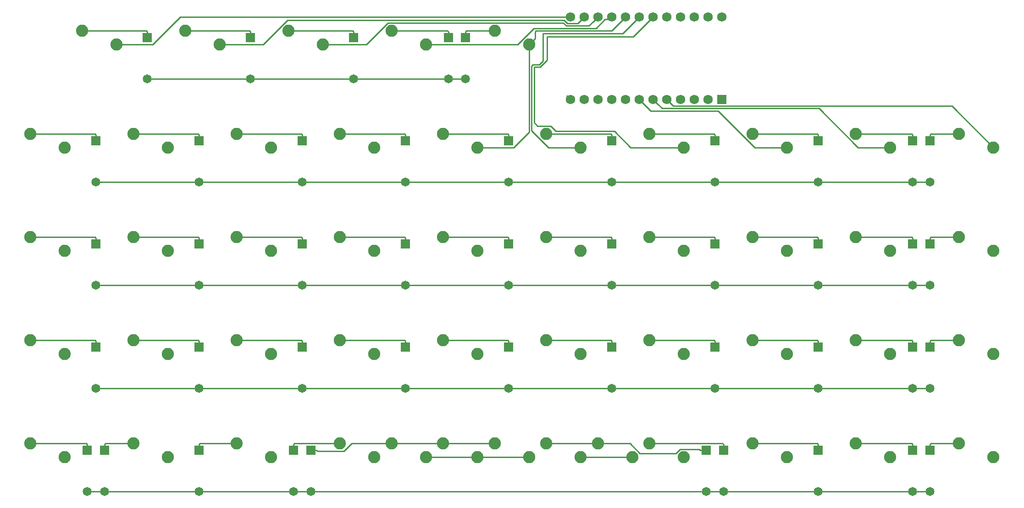
<source format=gtl>
G04 #@! TF.GenerationSoftware,KiCad,Pcbnew,(5.1.4)-1*
G04 #@! TF.CreationDate,2021-08-29T21:23:07-10:00*
G04 #@! TF.ProjectId,oya45,6f796134-352e-46b6-9963-61645f706362,rev?*
G04 #@! TF.SameCoordinates,Original*
G04 #@! TF.FileFunction,Copper,L1,Top*
G04 #@! TF.FilePolarity,Positive*
%FSLAX46Y46*%
G04 Gerber Fmt 4.6, Leading zero omitted, Abs format (unit mm)*
G04 Created by KiCad (PCBNEW (5.1.4)-1) date 2021-08-29 21:23:07*
%MOMM*%
%LPD*%
G04 APERTURE LIST*
%ADD10C,2.250000*%
%ADD11R,1.752600X1.752600*%
%ADD12C,1.752600*%
%ADD13R,1.651000X1.651000*%
%ADD14C,1.651000*%
%ADD15C,0.254000*%
G04 APERTURE END LIST*
D10*
X140335000Y-33020000D03*
X146685000Y-35560000D03*
D11*
X182245000Y-45720000D03*
D12*
X179705000Y-45720000D03*
X177165000Y-45720000D03*
X174625000Y-45720000D03*
X172085000Y-45720000D03*
X169545000Y-45720000D03*
X167005000Y-45720000D03*
X164465000Y-45720000D03*
X161925000Y-45720000D03*
X159385000Y-45720000D03*
X156845000Y-45720000D03*
X154305000Y-30480000D03*
X156845000Y-30480000D03*
X159385000Y-30480000D03*
X161925000Y-30480000D03*
X164465000Y-30480000D03*
X167005000Y-30480000D03*
X169545000Y-30480000D03*
X172085000Y-30480000D03*
X174625000Y-30480000D03*
X177165000Y-30480000D03*
X179705000Y-30480000D03*
X154305000Y-45720000D03*
X182245000Y-30480000D03*
D10*
X159385000Y-109220000D03*
X165735000Y-111760000D03*
X121285000Y-109220000D03*
X127635000Y-111760000D03*
X146685000Y-111760000D03*
X140335000Y-109220000D03*
X121285000Y-33020000D03*
X127635000Y-35560000D03*
X102235000Y-33020000D03*
X108585000Y-35560000D03*
X83185000Y-33020000D03*
X89535000Y-35560000D03*
X64135000Y-33020000D03*
X70485000Y-35560000D03*
X226060000Y-109220000D03*
X232410000Y-111760000D03*
X207010000Y-109220000D03*
X213360000Y-111760000D03*
X187960000Y-109220000D03*
X194310000Y-111760000D03*
X168910000Y-109220000D03*
X175260000Y-111760000D03*
X149860000Y-109220000D03*
X156210000Y-111760000D03*
X130810000Y-109220000D03*
X137160000Y-111760000D03*
X111760000Y-109220000D03*
X118110000Y-111760000D03*
X92710000Y-109220000D03*
X99060000Y-111760000D03*
X73660000Y-109220000D03*
X80010000Y-111760000D03*
X54610000Y-109220000D03*
X60960000Y-111760000D03*
X226060000Y-90170000D03*
X232410000Y-92710000D03*
X207010000Y-90170000D03*
X213360000Y-92710000D03*
X187960000Y-90170000D03*
X194310000Y-92710000D03*
X168910000Y-90170000D03*
X175260000Y-92710000D03*
X149860000Y-90170000D03*
X156210000Y-92710000D03*
X130810000Y-90170000D03*
X137160000Y-92710000D03*
X111760000Y-90170000D03*
X118110000Y-92710000D03*
X92710000Y-90170000D03*
X99060000Y-92710000D03*
X73660000Y-90170000D03*
X80010000Y-92710000D03*
X54610000Y-90170000D03*
X60960000Y-92710000D03*
X226060000Y-71120000D03*
X232410000Y-73660000D03*
X207010000Y-71120000D03*
X213360000Y-73660000D03*
X187960000Y-71120000D03*
X194310000Y-73660000D03*
X168910000Y-71120000D03*
X175260000Y-73660000D03*
X149860000Y-71120000D03*
X156210000Y-73660000D03*
X130810000Y-71120000D03*
X137160000Y-73660000D03*
X111760000Y-71120000D03*
X118110000Y-73660000D03*
X92710000Y-71120000D03*
X99060000Y-73660000D03*
X73660000Y-71120000D03*
X80010000Y-73660000D03*
X54610000Y-71120000D03*
X60960000Y-73660000D03*
X226060000Y-52070000D03*
X232410000Y-54610000D03*
X207010000Y-52070000D03*
X213360000Y-54610000D03*
X187960000Y-52070000D03*
X194310000Y-54610000D03*
X168910000Y-52070000D03*
X175260000Y-54610000D03*
X149860000Y-52070000D03*
X156210000Y-54610000D03*
X130810000Y-52070000D03*
X137160000Y-54610000D03*
X111760000Y-52070000D03*
X118110000Y-54610000D03*
X92710000Y-52070000D03*
X99060000Y-54610000D03*
X73660000Y-52070000D03*
X80010000Y-54610000D03*
X54610000Y-52070000D03*
X60960000Y-54610000D03*
D13*
X134937500Y-34290000D03*
D14*
X134937500Y-41910000D03*
D13*
X131762500Y-34290000D03*
D14*
X131762500Y-41910000D03*
D13*
X114300000Y-34290000D03*
D14*
X114300000Y-41910000D03*
D13*
X95250000Y-34290000D03*
D14*
X95250000Y-41910000D03*
D13*
X76200000Y-34290000D03*
D14*
X76200000Y-41910000D03*
D13*
X220662500Y-110490000D03*
D14*
X220662500Y-118110000D03*
D13*
X217487500Y-110490000D03*
D14*
X217487500Y-118110000D03*
D13*
X200025000Y-110490000D03*
D14*
X200025000Y-118110000D03*
D13*
X182562500Y-110490000D03*
D14*
X182562500Y-118110000D03*
D13*
X179387500Y-110490000D03*
D14*
X179387500Y-118110000D03*
D13*
X106362500Y-110490000D03*
D14*
X106362500Y-118110000D03*
D13*
X103187500Y-110490000D03*
D14*
X103187500Y-118110000D03*
D13*
X85725000Y-110490000D03*
D14*
X85725000Y-118110000D03*
D13*
X68262500Y-110490000D03*
D14*
X68262500Y-118110000D03*
D13*
X65087500Y-110490000D03*
D14*
X65087500Y-118110000D03*
D13*
X220662500Y-91440000D03*
D14*
X220662500Y-99060000D03*
D13*
X217487500Y-91440000D03*
D14*
X217487500Y-99060000D03*
D13*
X200025000Y-91440000D03*
D14*
X200025000Y-99060000D03*
D13*
X180975000Y-91440000D03*
D14*
X180975000Y-99060000D03*
D13*
X161925000Y-91440000D03*
D14*
X161925000Y-99060000D03*
D13*
X142875000Y-91440000D03*
D14*
X142875000Y-99060000D03*
D13*
X123825000Y-91440000D03*
D14*
X123825000Y-99060000D03*
D13*
X104775000Y-91440000D03*
D14*
X104775000Y-99060000D03*
D13*
X85725000Y-91440000D03*
D14*
X85725000Y-99060000D03*
D13*
X66675000Y-91440000D03*
D14*
X66675000Y-99060000D03*
D13*
X220662500Y-72390000D03*
D14*
X220662500Y-80010000D03*
D13*
X217487500Y-72390000D03*
D14*
X217487500Y-80010000D03*
D13*
X200025000Y-72390000D03*
D14*
X200025000Y-80010000D03*
D13*
X180975000Y-72390000D03*
D14*
X180975000Y-80010000D03*
D13*
X161925000Y-72390000D03*
D14*
X161925000Y-80010000D03*
D13*
X142875000Y-72390000D03*
D14*
X142875000Y-80010000D03*
D13*
X123825000Y-72390000D03*
D14*
X123825000Y-80010000D03*
D13*
X104775000Y-72390000D03*
D14*
X104775000Y-80010000D03*
D13*
X85725000Y-72390000D03*
D14*
X85725000Y-80010000D03*
D13*
X66675000Y-72390000D03*
D14*
X66675000Y-80010000D03*
D13*
X220662500Y-53340000D03*
D14*
X220662500Y-60960000D03*
D13*
X217487500Y-53340000D03*
D14*
X217487500Y-60960000D03*
D13*
X200025000Y-53340000D03*
D14*
X200025000Y-60960000D03*
D13*
X180975000Y-53340000D03*
D14*
X180975000Y-60960000D03*
D13*
X161925000Y-53340000D03*
D14*
X161925000Y-60960000D03*
D13*
X142875000Y-53340000D03*
D14*
X142875000Y-60960000D03*
D13*
X123825000Y-53340000D03*
D14*
X123825000Y-60960000D03*
D13*
X104775000Y-53340000D03*
D14*
X104775000Y-60960000D03*
X85725000Y-60960000D03*
D13*
X85725000Y-53340000D03*
X66675000Y-53340000D03*
D14*
X66675000Y-60960000D03*
D15*
X66675000Y-60960000D02*
X220662500Y-60960000D01*
X66675000Y-52260500D02*
X66675000Y-53340000D01*
X66484500Y-52070000D02*
X66675000Y-52260500D01*
X54610000Y-52070000D02*
X66484500Y-52070000D01*
X85725000Y-52260500D02*
X85725000Y-53340000D01*
X85534500Y-52070000D02*
X85725000Y-52260500D01*
X73660000Y-52070000D02*
X85534500Y-52070000D01*
X104775000Y-52260500D02*
X104775000Y-53340000D01*
X104584500Y-52070000D02*
X104775000Y-52260500D01*
X92710000Y-52070000D02*
X104584500Y-52070000D01*
X123825000Y-52260500D02*
X123825000Y-53340000D01*
X123634500Y-52070000D02*
X123825000Y-52260500D01*
X111760000Y-52070000D02*
X123634500Y-52070000D01*
X142875000Y-52260500D02*
X142875000Y-53340000D01*
X142684500Y-52070000D02*
X142875000Y-52260500D01*
X130810000Y-52070000D02*
X142684500Y-52070000D01*
X161925000Y-52260500D02*
X161925000Y-53340000D01*
X161734500Y-52070000D02*
X161925000Y-52260500D01*
X149860000Y-52070000D02*
X161734500Y-52070000D01*
X180975000Y-52260500D02*
X180975000Y-53340000D01*
X180784500Y-52070000D02*
X180975000Y-52260500D01*
X168910000Y-52070000D02*
X180784500Y-52070000D01*
X200025000Y-52260500D02*
X200025000Y-53340000D01*
X199834500Y-52070000D02*
X200025000Y-52260500D01*
X187960000Y-52070000D02*
X199834500Y-52070000D01*
X217487500Y-52260500D02*
X217487500Y-53340000D01*
X217297000Y-52070000D02*
X217487500Y-52260500D01*
X207010000Y-52070000D02*
X217297000Y-52070000D01*
X220662500Y-52260500D02*
X220662500Y-53340000D01*
X220853000Y-52070000D02*
X220662500Y-52260500D01*
X226060000Y-52070000D02*
X220853000Y-52070000D01*
X66675000Y-80010000D02*
X220662500Y-80010000D01*
X66675000Y-71310500D02*
X66675000Y-72390000D01*
X66484500Y-71120000D02*
X66675000Y-71310500D01*
X54610000Y-71120000D02*
X66484500Y-71120000D01*
X85725000Y-71310500D02*
X85725000Y-72390000D01*
X85534500Y-71120000D02*
X85725000Y-71310500D01*
X73660000Y-71120000D02*
X85534500Y-71120000D01*
X104775000Y-71310500D02*
X104775000Y-72390000D01*
X104584500Y-71120000D02*
X104775000Y-71310500D01*
X92710000Y-71120000D02*
X104584500Y-71120000D01*
X123825000Y-71310500D02*
X123825000Y-72390000D01*
X123634500Y-71120000D02*
X123825000Y-71310500D01*
X111760000Y-71120000D02*
X123634500Y-71120000D01*
X142875000Y-71310500D02*
X142875000Y-72390000D01*
X142684500Y-71120000D02*
X142875000Y-71310500D01*
X130810000Y-71120000D02*
X142684500Y-71120000D01*
X161925000Y-71310500D02*
X161925000Y-72390000D01*
X161734500Y-71120000D02*
X161925000Y-71310500D01*
X149860000Y-71120000D02*
X161734500Y-71120000D01*
X180975000Y-71310500D02*
X180975000Y-72390000D01*
X180784500Y-71120000D02*
X180975000Y-71310500D01*
X168910000Y-71120000D02*
X180784500Y-71120000D01*
X200025000Y-71310500D02*
X200025000Y-72390000D01*
X199834500Y-71120000D02*
X200025000Y-71310500D01*
X187960000Y-71120000D02*
X199834500Y-71120000D01*
X217487500Y-71310500D02*
X217487500Y-72390000D01*
X217297000Y-71120000D02*
X217487500Y-71310500D01*
X207010000Y-71120000D02*
X217297000Y-71120000D01*
X220662500Y-71310500D02*
X220662500Y-72390000D01*
X220853000Y-71120000D02*
X220662500Y-71310500D01*
X226060000Y-71120000D02*
X220853000Y-71120000D01*
X66675000Y-99060000D02*
X220662500Y-99060000D01*
X66675000Y-90360500D02*
X66675000Y-91440000D01*
X66484500Y-90170000D02*
X66675000Y-90360500D01*
X54610000Y-90170000D02*
X66484500Y-90170000D01*
X85725000Y-90360500D02*
X85725000Y-91440000D01*
X85534500Y-90170000D02*
X85725000Y-90360500D01*
X73660000Y-90170000D02*
X85534500Y-90170000D01*
X104775000Y-90360500D02*
X104775000Y-91440000D01*
X104584500Y-90170000D02*
X104775000Y-90360500D01*
X92710000Y-90170000D02*
X104584500Y-90170000D01*
X123825000Y-90360500D02*
X123825000Y-91440000D01*
X123634500Y-90170000D02*
X123825000Y-90360500D01*
X111760000Y-90170000D02*
X123634500Y-90170000D01*
X142875000Y-90360500D02*
X142875000Y-91440000D01*
X142684500Y-90170000D02*
X142875000Y-90360500D01*
X130810000Y-90170000D02*
X142684500Y-90170000D01*
X161925000Y-90360500D02*
X161925000Y-91440000D01*
X161734500Y-90170000D02*
X161925000Y-90360500D01*
X149860000Y-90170000D02*
X161734500Y-90170000D01*
X180975000Y-90360500D02*
X180975000Y-91440000D01*
X180784500Y-90170000D02*
X180975000Y-90360500D01*
X168910000Y-90170000D02*
X180784500Y-90170000D01*
X200025000Y-90360500D02*
X200025000Y-91440000D01*
X199834500Y-90170000D02*
X200025000Y-90360500D01*
X187960000Y-90170000D02*
X199834500Y-90170000D01*
X217487500Y-90360500D02*
X217487500Y-91440000D01*
X217297000Y-90170000D02*
X217487500Y-90360500D01*
X207010000Y-90170000D02*
X217297000Y-90170000D01*
X220662500Y-90360500D02*
X220662500Y-91440000D01*
X220853000Y-90170000D02*
X220662500Y-90360500D01*
X226060000Y-90170000D02*
X220853000Y-90170000D01*
X65087500Y-118110000D02*
X220662500Y-118110000D01*
X65087500Y-109410500D02*
X65087500Y-110490000D01*
X64897000Y-109220000D02*
X65087500Y-109410500D01*
X54610000Y-109220000D02*
X64897000Y-109220000D01*
X68262500Y-109410500D02*
X68262500Y-110490000D01*
X68453000Y-109220000D02*
X68262500Y-109410500D01*
X73660000Y-109220000D02*
X68453000Y-109220000D01*
X85725000Y-109410500D02*
X85725000Y-110490000D01*
X85915500Y-109220000D02*
X85725000Y-109410500D01*
X92710000Y-109220000D02*
X85915500Y-109220000D01*
X103187500Y-109410500D02*
X103187500Y-110490000D01*
X103378000Y-109220000D02*
X103187500Y-109410500D01*
X111760000Y-109220000D02*
X103378000Y-109220000D01*
X140335000Y-109220000D02*
X121285000Y-109220000D01*
X107442000Y-110490000D02*
X106362500Y-110490000D01*
X107624001Y-110672001D02*
X107442000Y-110490000D01*
X112456961Y-110672001D02*
X107624001Y-110672001D01*
X113908962Y-109220000D02*
X112456961Y-110672001D01*
X121285000Y-109220000D02*
X113908962Y-109220000D01*
X151450990Y-109220000D02*
X159385000Y-109220000D01*
X149860000Y-109220000D02*
X151450990Y-109220000D01*
X173807999Y-111063039D02*
X174563039Y-110307999D01*
X178308000Y-110490000D02*
X179387500Y-110490000D01*
X174563039Y-110307999D02*
X178125999Y-110307999D01*
X178125999Y-110307999D02*
X178308000Y-110490000D01*
X167125040Y-111063039D02*
X173807999Y-111063039D01*
X165282001Y-109220000D02*
X167125040Y-111063039D01*
X159385000Y-109220000D02*
X165282001Y-109220000D01*
X182562500Y-109410500D02*
X182562500Y-110490000D01*
X182372000Y-109220000D02*
X182562500Y-109410500D01*
X168910000Y-109220000D02*
X182372000Y-109220000D01*
X200025000Y-109410500D02*
X200025000Y-110490000D01*
X199834500Y-109220000D02*
X200025000Y-109410500D01*
X187960000Y-109220000D02*
X199834500Y-109220000D01*
X217487500Y-109410500D02*
X217487500Y-110490000D01*
X217297000Y-109220000D02*
X217487500Y-109410500D01*
X207010000Y-109220000D02*
X217297000Y-109220000D01*
X220662500Y-109410500D02*
X220662500Y-110490000D01*
X220853000Y-109220000D02*
X220662500Y-109410500D01*
X226060000Y-109220000D02*
X220853000Y-109220000D01*
X76200000Y-41910000D02*
X134937500Y-41910000D01*
X76200000Y-33210500D02*
X76200000Y-34290000D01*
X76009500Y-33020000D02*
X76200000Y-33210500D01*
X64135000Y-33020000D02*
X76009500Y-33020000D01*
X95250000Y-33210500D02*
X95250000Y-34290000D01*
X95059500Y-33020000D02*
X95250000Y-33210500D01*
X83185000Y-33020000D02*
X95059500Y-33020000D01*
X114300000Y-33210500D02*
X114300000Y-34290000D01*
X114109500Y-33020000D02*
X114300000Y-33210500D01*
X102235000Y-33020000D02*
X114109500Y-33020000D01*
X131762500Y-33210500D02*
X131762500Y-34290000D01*
X131572000Y-33020000D02*
X131762500Y-33210500D01*
X121285000Y-33020000D02*
X131572000Y-33020000D01*
X134937500Y-33210500D02*
X134937500Y-34290000D01*
X135128000Y-33020000D02*
X134937500Y-33210500D01*
X140335000Y-33020000D02*
X135128000Y-33020000D01*
X153670000Y-45085000D02*
X154305000Y-45720000D01*
X153065725Y-30480000D02*
X154305000Y-30480000D01*
X82249602Y-30480000D02*
X153065725Y-30480000D01*
X77169602Y-35560000D02*
X82249602Y-30480000D01*
X70485000Y-35560000D02*
X77169602Y-35560000D01*
X155968701Y-31356299D02*
X156845000Y-30480000D01*
X155641699Y-31683301D02*
X155968701Y-31356299D01*
X153727415Y-31683301D02*
X155641699Y-31683301D01*
X153101699Y-31057585D02*
X153727415Y-31683301D01*
X102048453Y-31057585D02*
X153101699Y-31057585D01*
X97546038Y-35560000D02*
X102048453Y-31057585D01*
X89535000Y-35560000D02*
X97546038Y-35560000D01*
X158508701Y-31356299D02*
X159385000Y-30480000D01*
X153539358Y-32137311D02*
X157727689Y-32137311D01*
X152970047Y-31567999D02*
X153539358Y-32137311D01*
X120588039Y-31567999D02*
X152970047Y-31567999D01*
X116596038Y-35560000D02*
X120588039Y-31567999D01*
X157727689Y-32137311D02*
X158508701Y-31356299D01*
X108585000Y-35560000D02*
X116596038Y-35560000D01*
X161448750Y-30956250D02*
X161925000Y-30480000D01*
X160689636Y-30956250D02*
X161448750Y-30956250D01*
X159054565Y-32591321D02*
X160689636Y-30956250D01*
X147504717Y-32591321D02*
X159054565Y-32591321D01*
X127635000Y-35560000D02*
X144536038Y-35560000D01*
X144536038Y-35560000D02*
X147504717Y-32591321D01*
X138750990Y-111760000D02*
X146685000Y-111760000D01*
X137160000Y-111760000D02*
X138750990Y-111760000D01*
X137160000Y-111760000D02*
X127635000Y-111760000D01*
X147809999Y-34435001D02*
X147809999Y-33165001D01*
X146685000Y-35560000D02*
X147809999Y-34435001D01*
X147809999Y-33165001D02*
X147929669Y-33045331D01*
X161899669Y-33045331D02*
X164465000Y-30480000D01*
X147929669Y-33045331D02*
X161899669Y-33045331D01*
X146685000Y-37150990D02*
X146685000Y-35560000D01*
X146685000Y-51769602D02*
X146685000Y-37150990D01*
X143844602Y-54610000D02*
X146685000Y-51769602D01*
X137160000Y-54610000D02*
X143844602Y-54610000D01*
X157800990Y-111760000D02*
X165735000Y-111760000D01*
X156210000Y-111760000D02*
X157800990Y-111760000D01*
X149225000Y-33499341D02*
X163985659Y-33499341D01*
X149225000Y-38608962D02*
X149225000Y-33499341D01*
X156210000Y-54610000D02*
X150251038Y-54610000D01*
X150251038Y-54610000D02*
X147139010Y-51497972D01*
X147139010Y-51497972D02*
X147139010Y-39541030D01*
X147139010Y-39541030D02*
X147378039Y-39302001D01*
X147378039Y-39302001D02*
X148531961Y-39302001D01*
X163985659Y-33499341D02*
X167005000Y-30480000D01*
X148531961Y-39302001D02*
X149225000Y-38608962D01*
X165893750Y-34131250D02*
X169545000Y-30480000D01*
X150018750Y-34131250D02*
X165893750Y-34131250D01*
X148720018Y-39756011D02*
X150018750Y-38457279D01*
X147637500Y-39756011D02*
X148720018Y-39756011D01*
X147637500Y-50006250D02*
X147637500Y-39756011D01*
X150018750Y-38457279D02*
X150018750Y-34131250D01*
X165434602Y-54610000D02*
X162418352Y-51593750D01*
X175260000Y-54610000D02*
X165434602Y-54610000D01*
X162418352Y-51593750D02*
X151606250Y-51593750D01*
X151606250Y-51593750D02*
X150630499Y-50617999D01*
X150630499Y-50617999D02*
X148249249Y-50617999D01*
X148249249Y-50617999D02*
X147637500Y-50006250D01*
X167881299Y-46596299D02*
X167005000Y-45720000D01*
X169116321Y-47831321D02*
X167881299Y-46596299D01*
X181572359Y-47831321D02*
X169116321Y-47831321D01*
X188351038Y-54610000D02*
X181572359Y-47831321D01*
X194310000Y-54610000D02*
X188351038Y-54610000D01*
X170421299Y-46596299D02*
X169545000Y-45720000D01*
X171202311Y-47377311D02*
X170421299Y-46596299D01*
X200168349Y-47377311D02*
X171202311Y-47377311D01*
X207401038Y-54610000D02*
X200168349Y-47377311D01*
X213360000Y-54610000D02*
X207401038Y-54610000D01*
X172961299Y-46596299D02*
X172085000Y-45720000D01*
X173288301Y-46923301D02*
X172961299Y-46596299D01*
X224723301Y-46923301D02*
X173288301Y-46923301D01*
X232410000Y-54610000D02*
X224723301Y-46923301D01*
M02*

</source>
